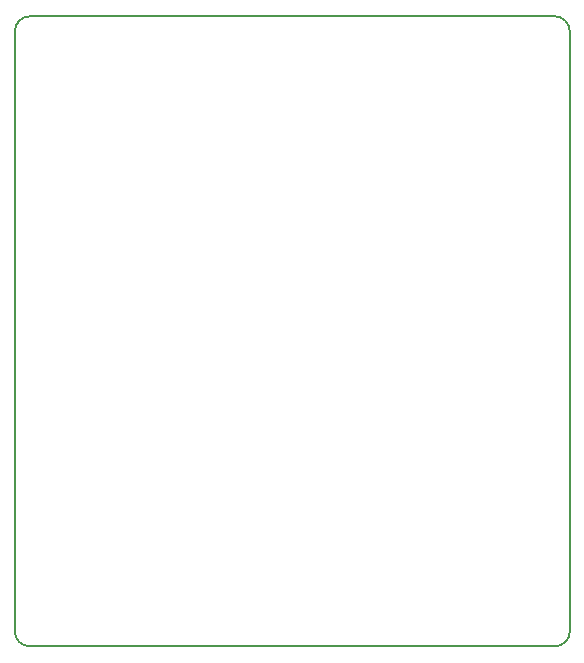
<source format=gbr>
G04 #@! TF.GenerationSoftware,KiCad,Pcbnew,(5.0.1)-4*
G04 #@! TF.CreationDate,2020-04-30T22:13:27+02:00*
G04 #@! TF.ProjectId,freqcounter,66726571636F756E7465722E6B696361,1*
G04 #@! TF.SameCoordinates,Original*
G04 #@! TF.FileFunction,Profile,NP*
%FSLAX46Y46*%
G04 Gerber Fmt 4.6, Leading zero omitted, Abs format (unit mm)*
G04 Created by KiCad (PCBNEW (5.0.1)-4) date 30/04/2020 22:13:27*
%MOMM*%
%LPD*%
G01*
G04 APERTURE LIST*
%ADD10C,0.150000*%
G04 APERTURE END LIST*
D10*
X166370000Y-57150000D02*
X121920000Y-57150000D01*
X167640000Y-109220000D02*
X167640000Y-58420000D01*
X121920000Y-110490000D02*
X166370000Y-110490000D01*
X120650000Y-58420000D02*
X120650000Y-109220000D01*
X120650000Y-58420000D02*
G75*
G02X121920000Y-57150000I1270000J0D01*
G01*
X121920000Y-110490000D02*
G75*
G02X120650000Y-109220000I0J1270000D01*
G01*
X167640000Y-109220000D02*
G75*
G02X166370000Y-110490000I-1270000J0D01*
G01*
X166370000Y-57150000D02*
G75*
G02X167640000Y-58420000I0J-1270000D01*
G01*
M02*

</source>
